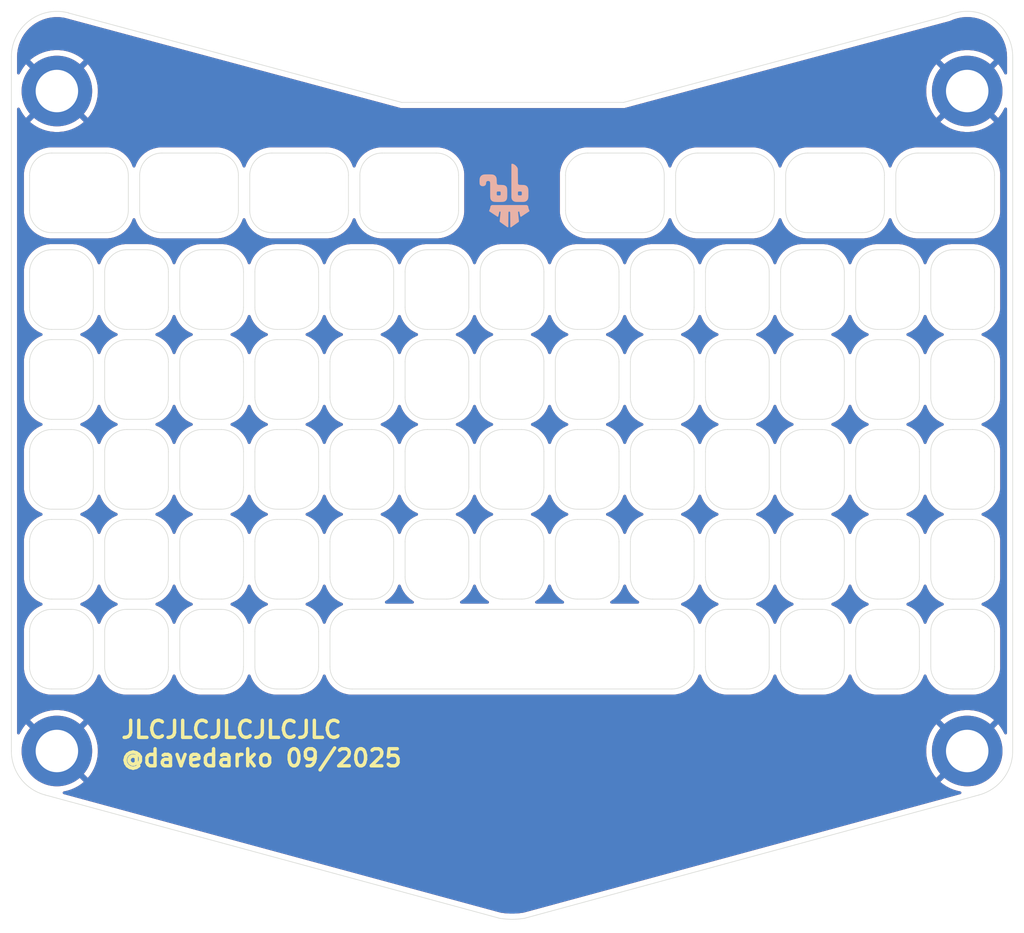
<source format=kicad_pcb>
(kicad_pcb (version 20241229) (generator "pcbnew") (generator_version "9.0")
  (layers (0 "F.Cu" signal) (2 "B.Cu" signal) (13 "F.Paste" user) (15 "B.Paste" user) (5 "F.SilkS" user "F.Silkscreen") (7 "B.SilkS" user "B.Silkscreen") (1 "F.Mask" user) (3 "B.Mask" user) (25 "Edge.Cuts" user))
  (net 0 "")
  (net 1 "GND")
  (footprint "frontplate:SMTSO2020CTJ" (layer "F.Cu") (at 40 -29))
  (footprint "frontplate:SMTSO2020CTJ" (layer "F.Cu") (at 40 29))
  (footprint "frontplate:6R13C solder.party" (layer "F.Cu") (at 0 0))
  (footprint "frontplate:SMTSO2020CTJ" (layer "F.Cu") (at -40 -29))
  (footprint "frontplate:SMTSO2020CTJ" (layer "F.Cu") (at -40 29))
  (gr_poly (pts (xy -2.148092 -21.67516) (xy -2.195452 -21.674992) (xy -2.242896 -21.674596) (xy -2.290256 -21.673996) (xy -2.337659 -21.672796) (xy -2.384731 -21.669196) (xy -2.433591 -21.667396) (xy -2.482169 -21.661276) (xy -2.52996 -21.650835) (xy -2.576553 -21.635774) (xy -2.621302 -21.615973) (xy -2.663654 -21.591372) (xy -2.70283 -21.56215) (xy -2.73828 -21.528308) (xy -2.769326 -21.490506) (xy -2.795564 -21.449165) (xy -2.816704 -21.405063) (xy -2.832743 -21.358801) (xy -2.8438 -21.311099) (xy -2.85017 -21.262617) (xy -2.85221 -21.213654) (xy -2.856951 -21.160791) (xy -2.85791 -21.107322) (xy -2.858135 -21.053859) (xy -2.857856 -21.000456) (xy -2.856776 -20.947113) (xy -2.852216 -20.89407) (xy -2.847895 -20.838987) (xy -2.833483 -20.785765) (xy -2.807316 -20.737282) (xy -2.769622 -20.69696) (xy -2.723204 -20.667139) (xy -2.671613 -20.647578) (xy -2.6174 -20.636957) (xy -2.562245 -20.633957) (xy -2.507912 -20.638157) (xy -2.454976 -20.651478) (xy -2.405137 -20.673679) (xy -2.360525 -20.705062) (xy -2.32387 -20.745443) (xy -2.297601 -20.793145) (xy -2.282642 -20.845528) (xy -2.278202 -20.899951) (xy -2.274602 -20.950174) (xy -2.261857 -20.998777) (xy -2.23659 -21.0421) (xy -2.197936 -21.074022) (xy -2.150732 -21.090943) (xy -2.100647 -21.095143) (xy -2.051012 -21.090343) (xy -2.00394 -21.073962) (xy -1.964031 -21.0442) (xy -1.937723 -21.002198) (xy -1.929034 -20.953235) (xy -1.926334 -20.901091) (xy -1.925398 -20.848768) (xy -1.924774 -20.796506) (xy -1.924326 -20.744243) (xy -1.923991 -20.69192) (xy -1.923712 -20.639717) (xy -1.923488 -20.587394) (xy -1.92332 -20.535131) (xy -1.923209 -20.482868) (xy -1.923153 -20.430545) (xy -1.923108 -20.378283) (xy -1.923097 -20.3259) (xy -1.923086 -20.273637) (xy -1.923041 -20.221254) (xy -1.922985 -20.168931) (xy -1.922874 -20.116668) (xy -1.922706 -20.064406) (xy -1.922482 -20.012143) (xy -1.922203 -19.95982) (xy -1.921868 -19.907557) (xy -1.92142 -19.855174) (xy -1.920802 -19.802911) (xy -1.919866 -19.750588) (xy -1.917167 -19.698505) (xy -1.915577 -19.650024) (xy -1.910507 -19.601841) (xy -1.901417 -19.554197) (xy -1.887775 -19.507755) (xy -1.869025 -19.463173) (xy -1.844757 -19.421291) (xy -1.815002 -19.383189) (xy -1.779993 -19.349707) (xy -1.740636 -19.321566) (xy -1.69787 -19.298945) (xy -1.652589 -19.281544) (xy -1.605821 -19.269003) (xy -1.558126 -19.260723) (xy -1.509883 -19.255923) (xy -1.4615 -19.254723) (xy -1.461609 -19.254388) (xy -1.461609 -19.254328) (xy -1.413595 -19.250728) (xy -1.365185 -19.249528) (xy -1.316813 -19.248928) (xy -1.268396 -19.248538) (xy -1.22008 -19.24837) (xy -1.171647 -19.248316) (xy -1.123264 -19.24837) (xy -1.074853 -19.248538) (xy -1.026459 -19.248874) (xy -0.978031 -19.249432) (xy -0.929643 -19.250632) (xy -0.881679 -19.254232) (xy -0.833212 -19.255432) (xy -0.784896 -19.260232) (xy -0.737122 -19.268392) (xy -0.690226 -19.280813) (xy -0.644861 -19.298034) (xy -0.601883 -19.320535) (xy -0.56238 -19.348556) (xy -0.527315 -19.382038) (xy -0.497532 -19.4202) (xy -0.473366 -19.462262) (xy -0.454817 -19.506964) (xy -0.44137 -19.553586) (xy -0.43248 -19.601288) (xy -0.42755 -19.649591) (xy -0.42602 -19.698133) (xy -0.42226 -19.750996) (xy -0.42122 -19.804399) (xy -0.42065 -19.857682) (xy -0.420315 -19.910966) (xy -0.420148 -19.964368) (xy -0.420114 -20) (xy -1 -20) (xy -1.000224 -19.948397) (xy -1.003114 -19.897034) (xy -1.021434 -19.849811) (xy -1.068576 -19.83145) (xy -1.120028 -19.82845) (xy -1.171596 -19.828228) (xy -1.223205 -19.82845) (xy -1.274596 -19.83145) (xy -1.321788 -19.849811) (xy -1.340108 -19.896973) (xy -1.342998 -19.948396) (xy -1.343222 -19.999999) (xy -1.342998 -20.051602) (xy -1.340108 -20.102965) (xy -1.321782 -20.150187) (xy -1.27464 -20.168548) (xy -1.223195 -20.171548) (xy -1.171626 -20.17177) (xy -1.120052 -20.171548) (xy -1.068662 -20.168548) (xy -1.021464 -20.150187) (xy -1.003149 -20.103025) (xy -1.000259 -20.051602) (xy -1.000035 -19.999999) (xy -1 -20) (xy -0.420114 -20) (xy -0.420098 -20.017771) (xy -0.420153 -20.071055) (xy -0.420377 -20.124457) (xy -0.420768 -20.177741) (xy -0.421458 -20.231024) (xy -0.422618 -20.284307) (xy -0.425988 -20.33741) (xy -0.427538 -20.384212) (xy -0.432598 -20.430774) (xy -0.441819 -20.476616) (xy -0.455931 -20.521258) (xy -0.475548 -20.56374) (xy -0.501027 -20.602982) (xy -0.53228 -20.637844) (xy -0.568468 -20.667486) (xy -0.608585 -20.691547) (xy -0.651396 -20.710388) (xy -0.69599 -20.724489) (xy -0.741741 -20.734511) (xy -0.788151 -20.74105) (xy -0.834802 -20.74465) (xy -0.881648 -20.745851) (xy -0.934502 -20.75065) (xy -0.987977 -20.751851) (xy -1.041423 -20.752073) (xy -1.094769 -20.752409) (xy -1.148148 -20.753609) (xy -1.201203 -20.757809) (xy -1.245545 -20.764649) (xy -1.284924 -20.78607) (xy -1.314355 -20.819912) (xy -1.331714 -20.861254) (xy -1.337303 -20.905776) (xy -1.342053 -20.956659) (xy -1.342995 -21.008082) (xy -1.343219 -21.059625) (xy -1.343499 -21.110988) (xy -1.344579 -21.162471) (xy -1.349139 -21.213474) (xy -1.351158 -21.262677) (xy -1.357388 -21.311459) (xy -1.368131 -21.359402) (xy -1.383684 -21.406024) (xy -1.404268 -21.450726) (xy -1.429938 -21.492668) (xy -1.460604 -21.53107) (xy -1.495937 -21.565272) (xy -1.535339 -21.594673) (xy -1.578061 -21.618975) (xy -1.623286 -21.638176) (xy -1.670378 -21.652397) (xy -1.718604 -21.662057) (xy -1.767484 -21.667456) (xy -1.816633 -21.669257) (xy -1.863669 -21.672856) (xy -1.911018 -21.674056) (xy -1.958445 -21.674656) (xy -2.005812 -21.674992) (xy -2.053244 -21.67516) (xy -2.100683 -21.675214)) (fill yes) (layer "B.SilkS"))
  (gr_poly (pts (xy 1.237384 -18.98213) (xy 1.183627 -18.98213) (xy 1.129808 -18.98213) (xy 1.076072 -18.98213) (xy 1.022229 -18.98213) (xy 0.968479 -18.98213) (xy 0.914731 -18.98213) (xy 0.860921 -18.98213) (xy 0.807162 -18.98213) (xy 0.753459 -18.98213) (xy 0.699649 -18.98213) (xy 0.645895 -18.98213) (xy 0.592169 -18.98213) (xy 0.538353 -18.98213) (xy 0.484599 -18.98213) (xy 0.430839 -18.98213) (xy 0.377057 -18.98213) (xy 0.323225 -18.98213) (xy 0.269449 -18.982184) (xy 0.215695 -18.982184) (xy 0.161935 -18.982184) (xy 0.108175 -18.982184) (xy 0.054393 -18.982184) (xy 0.000594 -18.982184) (xy -0.05316 -18.982184) (xy -0.106914 -18.982184) (xy -0.160646 -18.982184) (xy -0.214472 -18.982184) (xy -0.268254 -18.982184) (xy -0.322053 -18.982184) (xy -0.375829 -18.982184) (xy -0.429633 -18.982184) (xy -0.48342 -18.982184) (xy -0.537202 -18.982184) (xy -0.590917 -18.982184) (xy -0.64466 -18.982184) (xy -0.698408 -18.982184) (xy -0.75219 -18.982184) (xy -0.805955 -18.982184) (xy -0.859675 -18.982184) (xy -0.913479 -18.982184) (xy -0.967334 -18.982184) (xy -1.021098 -18.982184) (xy -1.074858 -18.982184) (xy -1.128589 -18.982184) (xy -1.182309 -18.982184) (xy -1.236102 -18.982184) (xy -1.289805 -18.982184) (xy -1.343576 -18.982184) (xy -1.397386 -18.982184) (xy -1.451135 -18.982184) (xy -1.504861 -18.982184) (xy -1.558643 -18.982184) (xy -1.612386 -18.982184) (xy -1.66619 -18.982184) (xy -1.719943 -18.982184) (xy -1.770377 -18.975704) (xy -1.817318 -18.956083) (xy -1.857351 -18.924641) (xy -1.888134 -18.884199) (xy -1.908059 -18.837337) (xy -1.91523 -18.786994) (xy -1.91854 -18.745232) (xy -1.92707 -18.70413) (xy -1.943255 -18.660988) (xy -1.959452 -18.617786) (xy -1.97562 -18.574644) (xy -1.991817 -18.531442) (xy -2.007997 -18.4883) (xy -2.015117 -18.456858) (xy -2.001239 -18.428956) (xy -1.956003 -18.399015) (xy -1.910676 -18.369013) (xy -1.86535 -18.338951) (xy -1.82008 -18.309009) (xy -1.774776 -18.279007) (xy -1.729534 -18.249065) (xy -1.684247 -18.219062) (xy -1.638915 -18.18906) (xy -1.593656 -18.159119) (xy -1.548342 -18.129057) (xy -1.503015 -18.099056) (xy -1.457712 -18.069054) (xy -1.412464 -18.039113) (xy -1.367133 -18.009111) (xy -1.321863 -17.979109) (xy -1.276531 -17.949107) (xy -1.261134 -17.946707) (xy -1.219105 -17.966628) (xy -1.199197 -18.00863) (xy -1.189467 -18.053152) (xy -1.179757 -18.097554) (xy -1.170037 -18.142076) (xy -1.160297 -18.186597) (xy -1.150577 -18.231059) (xy -1.140848 -18.275581) (xy -1.131118 -18.320043) (xy -1.121408 -18.364505) (xy -1.099388 -18.401047) (xy -1.059154 -18.413708) (xy -1.021468 -18.394987) (xy -1.009838 -18.354785) (xy -1.014968 -18.304622) (xy -1.020108 -18.254459) (xy -1.025227 -18.204416) (xy -1.030347 -18.154254) (xy -1.035477 -18.104151) (xy -1.040597 -18.054108) (xy -1.045727 -18.004005) (xy -1.050856 -17.953842) (xy -1.055986 -17.903739) (xy -1.061116 -17.853576) (xy -1.066236 -17.803473) (xy -1.071366 -17.753369) (xy -1.076495 -17.703207) (xy -1.081625 -17.653103) (xy -1.086755 -17.602941) (xy -1.092675 -17.564299) (xy -1.084175 -17.526677) (xy -1.064519 -17.493495) (xy -1.033053 -17.472734) (xy -0.991287 -17.443153) (xy -0.949504 -17.41351) (xy -0.907666 -17.383868) (xy -0.865888 -17.354226) (xy -0.824106 -17.324644) (xy -0.782335 -17.295063) (xy -0.740496 -17.265421) (xy -0.698726 -17.235839) (xy -0.656904 -17.206197) (xy -0.615161 -17.176616) (xy -0.573423 -17.147034) (xy -0.531618 -17.117452) (xy -0.489802 -17.08781) (xy -0.448008 -17.058168) (xy -0.40622 -17.028586) (xy -0.359267 -17.023787) (xy -0.329287 -17.058468) (xy -0.328896 -17.10347) (xy -0.328505 -17.148472) (xy -0.328114 -17.193414) (xy -0.327723 -17.238416) (xy -0.327332 -17.283418) (xy -0.326941 -17.3283) (xy -0.32655 -17.373302) (xy -0.326158 -17.418304) (xy -0.325767 -17.463306) (xy -0.325376 -17.508308) (xy -0.324985 -17.55331) (xy -0.324594 -17.598252) (xy -0.324203 -17.643254) (xy -0.323812 -17.688256) (xy -0.323421 -17.733258) (xy -0.32303 -17.78252) (xy -0.322639 -17.831903) (xy -0.322247 -17.881225) (xy -0.321856 -17.930608) (xy -0.321465 -17.979992) (xy -0.321074 -18.029255) (xy -0.320683 -18.078578) (xy -0.320292 -18.127901) (xy -0.319901 -18.177283) (xy -0.31951 -18.226546) (xy -0.319118 -18.275869) (xy -0.318727 -18.325193) (xy -0.308917 -18.365455) (xy -0.280621 -18.395697) (xy -0.241141 -18.407878) (xy -0.201672 -18.395697) (xy -0.173393 -18.365455) (xy -0.163563 -18.325193) (xy -0.163171 -18.27593) (xy -0.16278 -18.226607) (xy -0.162389 -18.177284) (xy -0.161998 -18.127962) (xy -0.161607 -18.078579) (xy -0.161216 -18.029316) (xy -0.160825 -17.979992) (xy -0.160434 -17.93067) (xy -0.160043 -17.881287) (xy -0.159652 -17.832025) (xy -0.15926 -17.782702) (xy -0.158869 -17.733379) (xy -0.158478 -17.688377) (xy -0.158087 -17.643375) (xy -0.157696 -17.598433) (xy -0.157305 -17.553431) (xy -0.156914 -17.508429) (xy -0.156522 -17.463547) (xy -0.156131 -17.418545) (xy -0.15574 -17.373483) (xy -0.155349 -17.328481) (xy -0.154958 -17.283539) (xy -0.154567 -17.238537) (xy -0.154176 -17.193595) (xy -0.153785 -17.148594) (xy -0.153394 -17.103592) (xy -0.153003 -17.05859) (xy -0.123315 -17.023188) (xy -0.076072 -17.029188) (xy -0.034278 -17.05877) (xy 0.007521 -17.088412) (xy 0.04932 -17.117994) (xy 0.091098 -17.147636) (xy 0.13288 -17.177217) (xy 0.174607 -17.206799) (xy 0.216401 -17.236381) (xy 0.258223 -17.266023) (xy 0.300028 -17.295664) (xy 0.341827 -17.325246) (xy 0.383571 -17.354828) (xy 0.425376 -17.384471) (xy 0.467187 -17.414052) (xy 0.508986 -17.443694) (xy 0.550774 -17.473336) (xy 0.582228 -17.494037) (xy 0.601907 -17.527339) (xy 0.610377 -17.5649) (xy 0.604458 -17.603542) (xy 0.599337 -17.653646) (xy 0.594217 -17.703689) (xy 0.589087 -17.753851) (xy 0.583947 -17.804014) (xy 0.578827 -17.854117) (xy 0.573707 -17.904161) (xy 0.568577 -17.954323) (xy 0.563437 -18.004486) (xy 0.558307 -18.054649) (xy 0.553187 -18.104752) (xy 0.548067 -18.154795) (xy 0.542937 -18.204958) (xy 0.537807 -18.255061) (xy 0.532687 -18.305224) (xy 0.527557 -18.355327) (xy 0.539187 -18.395529) (xy 0.576884 -18.41425) (xy 0.617113 -18.401589) (xy 0.639133 -18.365047) (xy 0.648863 -18.320525) (xy 0.658573 -18.276123) (xy 0.668293 -18.231601) (xy 0.678034 -18.18708) (xy 0.687754 -18.142618) (xy 0.697484 -18.098096) (xy 0.707204 -18.053634) (xy 0.716914 -18.009172) (xy 0.736822 -17.967169) (xy 0.778856 -17.947249) (xy 0.794248 -17.949648) (xy 0.839484 -17.97959) (xy 0.88481 -18.009593) (xy 0.930136 -18.039595) (xy 0.97541 -18.069596) (xy 1.020742 -18.099598) (xy 1.066013 -18.129539) (xy 1.111329 -18.159601) (xy 1.156568 -18.189543) (xy 1.201826 -18.219484) (xy 1.247146 -18.249546) (xy 1.292468 -18.279548) (xy 1.337773 -18.30949) (xy 1.383023 -18.339492) (xy 1.428351 -18.369495) (xy 1.47362 -18.399496) (xy 1.518952 -18.429498) (xy 1.53283 -18.457399) (xy 1.52571 -18.488841) (xy 1.509525 -18.531983) (xy 1.493327 -18.575185) (xy 1.477157 -18.618327) (xy 1.460965 -18.661529) (xy 1.444782 -18.704671) (xy 1.436252 -18.745712) (xy 1.432942 -18.787534) (xy 1.425782 -18.837877) (xy 1.405889 -18.884679) (xy 1.375073 -18.925242) (xy 1.335024 -18.956684) (xy 1.288128 -18.976305) (xy 1.237662 -18.982785)) (fill yes) (layer "B.SilkS"))
  (gr_poly (pts (xy -0.034451 -22.604938) (xy -0.058584 -22.574876) (xy -0.058584 -22.522553) (xy -0.058584 -22.470171) (xy -0.058584 -22.417908) (xy -0.058584 -22.365585) (xy -0.058584 -22.313323) (xy -0.058584 -22.26106) (xy -0.058584 -22.208737) (xy -0.058584 -22.156535) (xy -0.058584 -22.104152) (xy -0.058584 -22.051829) (xy -0.058584 -21.999566) (xy -0.058584 -21.947304) (xy -0.058584 -21.894981) (xy -0.058584 -21.842658) (xy -0.058584 -21.790396) (xy -0.058584 -21.738073) (xy -0.058584 -21.68569) (xy -0.058584 -21.633367) (xy -0.058584 -21.581105) (xy -0.058584 -21.528842) (xy -0.058584 -21.476519) (xy -0.058584 -21.424257) (xy -0.058584 -21.371874) (xy -0.058584 -21.319611) (xy -0.058584 -21.267349) (xy -0.058584 -21.215086) (xy -0.058584 -21.162703) (xy -0.058584 -21.110381) (xy -0.058584 -21.058058) (xy -0.058584 -21.005735) (xy -0.058584 -20.953413) (xy -0.058584 -20.90109) (xy -0.058584 -20.848767) (xy -0.058584 -20.796505) (xy -0.058584 -20.744242) (xy -0.058584 -20.691979) (xy -0.058584 -20.639657) (xy -0.058584 -20.587394) (xy -0.058584 -20.535131) (xy -0.058584 -20.482808) (xy -0.058584 -20.430546) (xy -0.058584 -20.378163) (xy -0.058584 -20.32596) (xy -0.058584 -20.273578) (xy -0.058584 -20.221315) (xy -0.058584 -20.168992) (xy -0.058584 -20.116789) (xy -0.058584 -20.064467) (xy -0.058584 -20.012084) (xy -0.058584 -19.959821) (xy -0.058584 -19.907559) (xy -0.058584 -19.855296) (xy -0.058584 -19.803033) (xy -0.058584 -19.75065) (xy -0.058584 -19.698386) (xy -0.056794 -19.650444) (xy -0.051114 -19.602681) (xy -0.04111 -19.555639) (xy -0.026389 -19.509917) (xy -0.006649 -19.466175) (xy 0.018289 -19.425133) (xy 0.048323 -19.387631) (xy 0.08303 -19.354449) (xy 0.12175 -19.326067) (xy 0.163723 -19.302726) (xy 0.208127 -19.284365) (xy 0.254224 -19.270804) (xy 0.301355 -19.261564) (xy 0.349095 -19.256164) (xy 0.397075 -19.254364) (xy 0.396664 -19.254721) (xy 0.444919 -19.254721) (xy 0.493268 -19.254721) (xy 0.541617 -19.254721) (xy 0.589978 -19.254721) (xy 0.638355 -19.254721) (xy 0.68666 -19.254721) (xy 0.734926 -19.254721) (xy 0.783287 -19.254721) (xy 0.831642 -19.254721) (xy 0.879919 -19.254721) (xy 0.928213 -19.254721) (xy 0.976598 -19.254721) (xy 1.024622 -19.256521) (xy 1.072333 -19.261921) (xy 1.119465 -19.271101) (xy 1.165466 -19.284662) (xy 1.209791 -19.303023) (xy 1.251604 -19.326544) (xy 1.29015 -19.355105) (xy 1.324646 -19.388467) (xy 1.354516 -19.426089) (xy 1.379383 -19.467191) (xy 1.399204 -19.510873) (xy 1.414112 -19.556475) (xy 1.42439 -19.603338) (xy 1.43034 -19.65104) (xy 1.43226 -19.698923) (xy 1.436001 -19.747886) (xy 1.43704 -19.797269) (xy 1.437616 -19.846591) (xy 1.437951 -19.896034) (xy 1.438119 -19.945357) (xy 1.438168 -19.99474) (xy 1.438162 -20.000334) (xy 0.858227 -20.000334) (xy 0.858003 -19.948731) (xy 0.855113 -19.897368) (xy 0.836793 -19.850145) (xy 0.789645 -19.831784) (xy 0.7382 -19.828784) (xy 0.686631 -19.828562) (xy 0.635057 -19.828784) (xy 0.583667 -19.831784) (xy 0.536469 -19.850145) (xy 0.518154 -19.897308) (xy 0.515264 -19.948731) (xy 0.51504 -20.000334) (xy 0.515264 -20.051937) (xy 0.518154 -20.1033) (xy 0.536474 -20.150523) (xy 0.583616 -20.168884) (xy 0.635067 -20.171884) (xy 0.686635 -20.172106) (xy 0.73821 -20.171884) (xy 0.7896 -20.168884) (xy 0.836798 -20.150523) (xy 0.855113 -20.10336) (xy 0.858003 -20.051937) (xy 0.858227 -20.000334) (xy 1.438162 -20.000334) (xy 1.438112 -20.044063) (xy 1.437889 -20.093385) (xy 1.437498 -20.142768) (xy 1.436844 -20.192091) (xy 1.435723 -20.241474) (xy 1.432223 -20.290556) (xy 1.430534 -20.339279) (xy 1.425193 -20.387761) (xy 1.415744 -20.435524) (xy 1.401704 -20.482326) (xy 1.382679 -20.527268) (xy 1.358454 -20.56951) (xy 1.328951 -20.608332) (xy 1.294515 -20.642894) (xy 1.255712 -20.672476) (xy 1.213369 -20.696777) (xy 1.168452 -20.715798) (xy 1.121711 -20.729839) (xy 1.073861 -20.739259) (xy 1.025298 -20.744659) (xy 0.976571 -20.746459) (xy 0.923278 -20.748259) (xy 0.870049 -20.750059) (xy 0.816793 -20.751859) (xy 0.76352 -20.753659) (xy 0.710325 -20.755459) (xy 0.657018 -20.757259) (xy 0.611899 -20.763259) (xy 0.571078 -20.78324) (xy 0.541317 -20.817382) (xy 0.525422 -20.860044) (xy 0.520912 -20.905406) (xy 0.520409 -20.954668) (xy 0.519962 -21.003991) (xy 0.519515 -21.053254) (xy 0.519068 -21.102517) (xy 0.518621 -21.151719) (xy 0.518174 -21.200922) (xy 0.517727 -21.250184) (xy 0.51728 -21.299507) (xy 0.516833 -21.34871) (xy 0.516329 -21.397973) (xy 0.515882 -21.447236) (xy 0.515435 -21.496499) (xy 0.514988 -21.545822) (xy 0.514541 -21.595025) (xy 0.514038 -21.644287) (xy 0.513591 -21.69349) (xy 0.513144 -21.742753) (xy 0.512697 -21.792076) (xy 0.51225 -21.841339) (xy 0.511747 -21.890662) (xy 0.5113 -21.939864) (xy 0.510852 -21.989066) (xy 0.510405 -22.038389) (xy 0.509958 -22.087591) (xy 0.509511 -22.136854) (xy 0.502781 -22.185157) (xy 0.486534 -22.231239) (xy 0.464374 -22.274861) (xy 0.438151 -22.316143) (xy 0.408888 -22.355385) (xy 0.377171 -22.392647) (xy 0.343319 -22.428049) (xy 0.3076 -22.461471) (xy 0.270121 -22.492853) (xy 0.230865 -22.522014) (xy 0.189753 -22.548595) (xy 0.146836 -22.571936) (xy 0.101901 -22.591257) (xy 0.054988 -22.604938) (xy 0.00651 -22.610338)) (fill yes) (layer "B.SilkS"))
  (gr_line (start 44.003584 -32) (end 44 29) (stroke (width 0.05)) (layer "Edge.Cuts"))
  (gr_line (start -9.7 -28) (end 9.8 -28) (stroke (width 0.05)) (layer "Edge.Cuts"))
  (gr_line (start -38.964724 -35.85395) (end -9.7 -28) (stroke (width 0.05)) (layer "Edge.Cuts"))
  (gr_line (start 9.8 -28) (end 38.3 -35.624732) (stroke (width 0.05)) (layer "Edge.Cuts"))
  (gr_line (start -44 -32) (end -44 29) (stroke (width 0.05)) (layer "Edge.Cuts"))
  (gr_line (start 1.1 43.701478) (end 41.034944 32.863792) (stroke (width 0.05)) (layer "Edge.Cuts"))
  (gr_arc (start 44 29) (mid 43.173309 31.435182) (end 41.034944 32.863792) (stroke (width 0.05)) (layer "Edge.Cuts"))
  (gr_arc (start -44 -32) (mid -42.435046 -35.173413) (end -38.964724 -35.863703) (stroke (width 0.05)) (layer "Edge.Cuts"))
  (gr_arc (start 1.1 43.7) (mid 0 43.789698) (end -1.1 43.7) (stroke (width 0.05)) (layer "Edge.Cuts"))
  (gr_arc (start -41.034944 32.863792) (mid -43.173308 31.435182) (end -44 29) (stroke (width 0.05)) (layer "Edge.Cuts"))
  (gr_line (start -41.034944 32.863792) (end -1.099993 43.7) (stroke (width 0.05)) (layer "Edge.Cuts"))
  (gr_arc (start 38.3 -35.624732) (mid 42.147393 -35.378962) (end 44.003584 -32) (stroke (width 0.05)) (layer "Edge.Cuts"))
  (gr_text "JLCJLCJLCJLCJLC" (at -34.5 28 0) (layer "F.SilkS") (effects (font (size 1.5 1.5) (thickness 0.3) (bold yes)) (justify left bottom)))
  (gr_text "@davedarko 09/2025" (at -34.5 30.5 0) (layer "F.SilkS") (effects (font (size 1.5 1.5) (thickness 0.3) (bold yes)) (justify left bottom)))
  (zone (net 1) (net_name "GND") (layers "F.Cu" "B.Cu") (connect_pads (clearance 0.5)) (min_thickness 0.25) (fill yes (thermal_gap 0.5) (thermal_bridge_width 0.5) (island_removal_mode 1) (island_area_min 10))
    (polygon (pts (xy -45 -37) (xy 45 -37) (xy 45 45) (xy -45 44)))
  )
)
</source>
